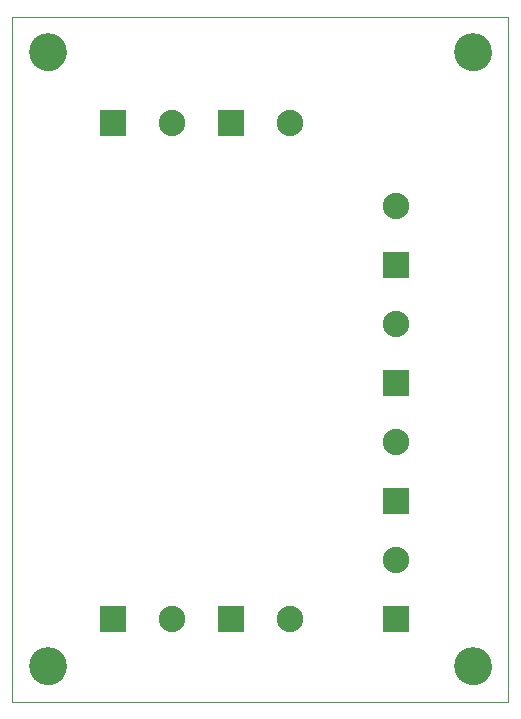
<source format=gbs>
G75*
%MOIN*%
%OFA0B0*%
%FSLAX25Y25*%
%IPPOS*%
%LPD*%
%AMOC8*
5,1,8,0,0,1.08239X$1,22.5*
%
%ADD10C,0.00000*%
%ADD11C,0.12611*%
%ADD12R,0.08800X0.08800*%
%ADD13C,0.08800*%
D10*
X0002969Y0002969D02*
X0002969Y0231315D01*
X0168323Y0231315D01*
X0168323Y0002969D01*
X0002969Y0002969D01*
X0008874Y0014780D02*
X0008876Y0014933D01*
X0008882Y0015087D01*
X0008892Y0015240D01*
X0008906Y0015392D01*
X0008924Y0015545D01*
X0008946Y0015696D01*
X0008971Y0015847D01*
X0009001Y0015998D01*
X0009035Y0016148D01*
X0009072Y0016296D01*
X0009113Y0016444D01*
X0009158Y0016590D01*
X0009207Y0016736D01*
X0009260Y0016880D01*
X0009316Y0017022D01*
X0009376Y0017163D01*
X0009440Y0017303D01*
X0009507Y0017441D01*
X0009578Y0017577D01*
X0009653Y0017711D01*
X0009730Y0017843D01*
X0009812Y0017973D01*
X0009896Y0018101D01*
X0009984Y0018227D01*
X0010075Y0018350D01*
X0010169Y0018471D01*
X0010267Y0018589D01*
X0010367Y0018705D01*
X0010471Y0018818D01*
X0010577Y0018929D01*
X0010686Y0019037D01*
X0010798Y0019142D01*
X0010912Y0019243D01*
X0011030Y0019342D01*
X0011149Y0019438D01*
X0011271Y0019531D01*
X0011396Y0019620D01*
X0011523Y0019707D01*
X0011652Y0019789D01*
X0011783Y0019869D01*
X0011916Y0019945D01*
X0012051Y0020018D01*
X0012188Y0020087D01*
X0012327Y0020152D01*
X0012467Y0020214D01*
X0012609Y0020272D01*
X0012752Y0020327D01*
X0012897Y0020378D01*
X0013043Y0020425D01*
X0013190Y0020468D01*
X0013338Y0020507D01*
X0013487Y0020543D01*
X0013637Y0020574D01*
X0013788Y0020602D01*
X0013939Y0020626D01*
X0014092Y0020646D01*
X0014244Y0020662D01*
X0014397Y0020674D01*
X0014550Y0020682D01*
X0014703Y0020686D01*
X0014857Y0020686D01*
X0015010Y0020682D01*
X0015163Y0020674D01*
X0015316Y0020662D01*
X0015468Y0020646D01*
X0015621Y0020626D01*
X0015772Y0020602D01*
X0015923Y0020574D01*
X0016073Y0020543D01*
X0016222Y0020507D01*
X0016370Y0020468D01*
X0016517Y0020425D01*
X0016663Y0020378D01*
X0016808Y0020327D01*
X0016951Y0020272D01*
X0017093Y0020214D01*
X0017233Y0020152D01*
X0017372Y0020087D01*
X0017509Y0020018D01*
X0017644Y0019945D01*
X0017777Y0019869D01*
X0017908Y0019789D01*
X0018037Y0019707D01*
X0018164Y0019620D01*
X0018289Y0019531D01*
X0018411Y0019438D01*
X0018530Y0019342D01*
X0018648Y0019243D01*
X0018762Y0019142D01*
X0018874Y0019037D01*
X0018983Y0018929D01*
X0019089Y0018818D01*
X0019193Y0018705D01*
X0019293Y0018589D01*
X0019391Y0018471D01*
X0019485Y0018350D01*
X0019576Y0018227D01*
X0019664Y0018101D01*
X0019748Y0017973D01*
X0019830Y0017843D01*
X0019907Y0017711D01*
X0019982Y0017577D01*
X0020053Y0017441D01*
X0020120Y0017303D01*
X0020184Y0017163D01*
X0020244Y0017022D01*
X0020300Y0016880D01*
X0020353Y0016736D01*
X0020402Y0016590D01*
X0020447Y0016444D01*
X0020488Y0016296D01*
X0020525Y0016148D01*
X0020559Y0015998D01*
X0020589Y0015847D01*
X0020614Y0015696D01*
X0020636Y0015545D01*
X0020654Y0015392D01*
X0020668Y0015240D01*
X0020678Y0015087D01*
X0020684Y0014933D01*
X0020686Y0014780D01*
X0020684Y0014627D01*
X0020678Y0014473D01*
X0020668Y0014320D01*
X0020654Y0014168D01*
X0020636Y0014015D01*
X0020614Y0013864D01*
X0020589Y0013713D01*
X0020559Y0013562D01*
X0020525Y0013412D01*
X0020488Y0013264D01*
X0020447Y0013116D01*
X0020402Y0012970D01*
X0020353Y0012824D01*
X0020300Y0012680D01*
X0020244Y0012538D01*
X0020184Y0012397D01*
X0020120Y0012257D01*
X0020053Y0012119D01*
X0019982Y0011983D01*
X0019907Y0011849D01*
X0019830Y0011717D01*
X0019748Y0011587D01*
X0019664Y0011459D01*
X0019576Y0011333D01*
X0019485Y0011210D01*
X0019391Y0011089D01*
X0019293Y0010971D01*
X0019193Y0010855D01*
X0019089Y0010742D01*
X0018983Y0010631D01*
X0018874Y0010523D01*
X0018762Y0010418D01*
X0018648Y0010317D01*
X0018530Y0010218D01*
X0018411Y0010122D01*
X0018289Y0010029D01*
X0018164Y0009940D01*
X0018037Y0009853D01*
X0017908Y0009771D01*
X0017777Y0009691D01*
X0017644Y0009615D01*
X0017509Y0009542D01*
X0017372Y0009473D01*
X0017233Y0009408D01*
X0017093Y0009346D01*
X0016951Y0009288D01*
X0016808Y0009233D01*
X0016663Y0009182D01*
X0016517Y0009135D01*
X0016370Y0009092D01*
X0016222Y0009053D01*
X0016073Y0009017D01*
X0015923Y0008986D01*
X0015772Y0008958D01*
X0015621Y0008934D01*
X0015468Y0008914D01*
X0015316Y0008898D01*
X0015163Y0008886D01*
X0015010Y0008878D01*
X0014857Y0008874D01*
X0014703Y0008874D01*
X0014550Y0008878D01*
X0014397Y0008886D01*
X0014244Y0008898D01*
X0014092Y0008914D01*
X0013939Y0008934D01*
X0013788Y0008958D01*
X0013637Y0008986D01*
X0013487Y0009017D01*
X0013338Y0009053D01*
X0013190Y0009092D01*
X0013043Y0009135D01*
X0012897Y0009182D01*
X0012752Y0009233D01*
X0012609Y0009288D01*
X0012467Y0009346D01*
X0012327Y0009408D01*
X0012188Y0009473D01*
X0012051Y0009542D01*
X0011916Y0009615D01*
X0011783Y0009691D01*
X0011652Y0009771D01*
X0011523Y0009853D01*
X0011396Y0009940D01*
X0011271Y0010029D01*
X0011149Y0010122D01*
X0011030Y0010218D01*
X0010912Y0010317D01*
X0010798Y0010418D01*
X0010686Y0010523D01*
X0010577Y0010631D01*
X0010471Y0010742D01*
X0010367Y0010855D01*
X0010267Y0010971D01*
X0010169Y0011089D01*
X0010075Y0011210D01*
X0009984Y0011333D01*
X0009896Y0011459D01*
X0009812Y0011587D01*
X0009730Y0011717D01*
X0009653Y0011849D01*
X0009578Y0011983D01*
X0009507Y0012119D01*
X0009440Y0012257D01*
X0009376Y0012397D01*
X0009316Y0012538D01*
X0009260Y0012680D01*
X0009207Y0012824D01*
X0009158Y0012970D01*
X0009113Y0013116D01*
X0009072Y0013264D01*
X0009035Y0013412D01*
X0009001Y0013562D01*
X0008971Y0013713D01*
X0008946Y0013864D01*
X0008924Y0014015D01*
X0008906Y0014168D01*
X0008892Y0014320D01*
X0008882Y0014473D01*
X0008876Y0014627D01*
X0008874Y0014780D01*
X0150606Y0014780D02*
X0150608Y0014933D01*
X0150614Y0015087D01*
X0150624Y0015240D01*
X0150638Y0015392D01*
X0150656Y0015545D01*
X0150678Y0015696D01*
X0150703Y0015847D01*
X0150733Y0015998D01*
X0150767Y0016148D01*
X0150804Y0016296D01*
X0150845Y0016444D01*
X0150890Y0016590D01*
X0150939Y0016736D01*
X0150992Y0016880D01*
X0151048Y0017022D01*
X0151108Y0017163D01*
X0151172Y0017303D01*
X0151239Y0017441D01*
X0151310Y0017577D01*
X0151385Y0017711D01*
X0151462Y0017843D01*
X0151544Y0017973D01*
X0151628Y0018101D01*
X0151716Y0018227D01*
X0151807Y0018350D01*
X0151901Y0018471D01*
X0151999Y0018589D01*
X0152099Y0018705D01*
X0152203Y0018818D01*
X0152309Y0018929D01*
X0152418Y0019037D01*
X0152530Y0019142D01*
X0152644Y0019243D01*
X0152762Y0019342D01*
X0152881Y0019438D01*
X0153003Y0019531D01*
X0153128Y0019620D01*
X0153255Y0019707D01*
X0153384Y0019789D01*
X0153515Y0019869D01*
X0153648Y0019945D01*
X0153783Y0020018D01*
X0153920Y0020087D01*
X0154059Y0020152D01*
X0154199Y0020214D01*
X0154341Y0020272D01*
X0154484Y0020327D01*
X0154629Y0020378D01*
X0154775Y0020425D01*
X0154922Y0020468D01*
X0155070Y0020507D01*
X0155219Y0020543D01*
X0155369Y0020574D01*
X0155520Y0020602D01*
X0155671Y0020626D01*
X0155824Y0020646D01*
X0155976Y0020662D01*
X0156129Y0020674D01*
X0156282Y0020682D01*
X0156435Y0020686D01*
X0156589Y0020686D01*
X0156742Y0020682D01*
X0156895Y0020674D01*
X0157048Y0020662D01*
X0157200Y0020646D01*
X0157353Y0020626D01*
X0157504Y0020602D01*
X0157655Y0020574D01*
X0157805Y0020543D01*
X0157954Y0020507D01*
X0158102Y0020468D01*
X0158249Y0020425D01*
X0158395Y0020378D01*
X0158540Y0020327D01*
X0158683Y0020272D01*
X0158825Y0020214D01*
X0158965Y0020152D01*
X0159104Y0020087D01*
X0159241Y0020018D01*
X0159376Y0019945D01*
X0159509Y0019869D01*
X0159640Y0019789D01*
X0159769Y0019707D01*
X0159896Y0019620D01*
X0160021Y0019531D01*
X0160143Y0019438D01*
X0160262Y0019342D01*
X0160380Y0019243D01*
X0160494Y0019142D01*
X0160606Y0019037D01*
X0160715Y0018929D01*
X0160821Y0018818D01*
X0160925Y0018705D01*
X0161025Y0018589D01*
X0161123Y0018471D01*
X0161217Y0018350D01*
X0161308Y0018227D01*
X0161396Y0018101D01*
X0161480Y0017973D01*
X0161562Y0017843D01*
X0161639Y0017711D01*
X0161714Y0017577D01*
X0161785Y0017441D01*
X0161852Y0017303D01*
X0161916Y0017163D01*
X0161976Y0017022D01*
X0162032Y0016880D01*
X0162085Y0016736D01*
X0162134Y0016590D01*
X0162179Y0016444D01*
X0162220Y0016296D01*
X0162257Y0016148D01*
X0162291Y0015998D01*
X0162321Y0015847D01*
X0162346Y0015696D01*
X0162368Y0015545D01*
X0162386Y0015392D01*
X0162400Y0015240D01*
X0162410Y0015087D01*
X0162416Y0014933D01*
X0162418Y0014780D01*
X0162416Y0014627D01*
X0162410Y0014473D01*
X0162400Y0014320D01*
X0162386Y0014168D01*
X0162368Y0014015D01*
X0162346Y0013864D01*
X0162321Y0013713D01*
X0162291Y0013562D01*
X0162257Y0013412D01*
X0162220Y0013264D01*
X0162179Y0013116D01*
X0162134Y0012970D01*
X0162085Y0012824D01*
X0162032Y0012680D01*
X0161976Y0012538D01*
X0161916Y0012397D01*
X0161852Y0012257D01*
X0161785Y0012119D01*
X0161714Y0011983D01*
X0161639Y0011849D01*
X0161562Y0011717D01*
X0161480Y0011587D01*
X0161396Y0011459D01*
X0161308Y0011333D01*
X0161217Y0011210D01*
X0161123Y0011089D01*
X0161025Y0010971D01*
X0160925Y0010855D01*
X0160821Y0010742D01*
X0160715Y0010631D01*
X0160606Y0010523D01*
X0160494Y0010418D01*
X0160380Y0010317D01*
X0160262Y0010218D01*
X0160143Y0010122D01*
X0160021Y0010029D01*
X0159896Y0009940D01*
X0159769Y0009853D01*
X0159640Y0009771D01*
X0159509Y0009691D01*
X0159376Y0009615D01*
X0159241Y0009542D01*
X0159104Y0009473D01*
X0158965Y0009408D01*
X0158825Y0009346D01*
X0158683Y0009288D01*
X0158540Y0009233D01*
X0158395Y0009182D01*
X0158249Y0009135D01*
X0158102Y0009092D01*
X0157954Y0009053D01*
X0157805Y0009017D01*
X0157655Y0008986D01*
X0157504Y0008958D01*
X0157353Y0008934D01*
X0157200Y0008914D01*
X0157048Y0008898D01*
X0156895Y0008886D01*
X0156742Y0008878D01*
X0156589Y0008874D01*
X0156435Y0008874D01*
X0156282Y0008878D01*
X0156129Y0008886D01*
X0155976Y0008898D01*
X0155824Y0008914D01*
X0155671Y0008934D01*
X0155520Y0008958D01*
X0155369Y0008986D01*
X0155219Y0009017D01*
X0155070Y0009053D01*
X0154922Y0009092D01*
X0154775Y0009135D01*
X0154629Y0009182D01*
X0154484Y0009233D01*
X0154341Y0009288D01*
X0154199Y0009346D01*
X0154059Y0009408D01*
X0153920Y0009473D01*
X0153783Y0009542D01*
X0153648Y0009615D01*
X0153515Y0009691D01*
X0153384Y0009771D01*
X0153255Y0009853D01*
X0153128Y0009940D01*
X0153003Y0010029D01*
X0152881Y0010122D01*
X0152762Y0010218D01*
X0152644Y0010317D01*
X0152530Y0010418D01*
X0152418Y0010523D01*
X0152309Y0010631D01*
X0152203Y0010742D01*
X0152099Y0010855D01*
X0151999Y0010971D01*
X0151901Y0011089D01*
X0151807Y0011210D01*
X0151716Y0011333D01*
X0151628Y0011459D01*
X0151544Y0011587D01*
X0151462Y0011717D01*
X0151385Y0011849D01*
X0151310Y0011983D01*
X0151239Y0012119D01*
X0151172Y0012257D01*
X0151108Y0012397D01*
X0151048Y0012538D01*
X0150992Y0012680D01*
X0150939Y0012824D01*
X0150890Y0012970D01*
X0150845Y0013116D01*
X0150804Y0013264D01*
X0150767Y0013412D01*
X0150733Y0013562D01*
X0150703Y0013713D01*
X0150678Y0013864D01*
X0150656Y0014015D01*
X0150638Y0014168D01*
X0150624Y0014320D01*
X0150614Y0014473D01*
X0150608Y0014627D01*
X0150606Y0014780D01*
X0150606Y0219504D02*
X0150608Y0219657D01*
X0150614Y0219811D01*
X0150624Y0219964D01*
X0150638Y0220116D01*
X0150656Y0220269D01*
X0150678Y0220420D01*
X0150703Y0220571D01*
X0150733Y0220722D01*
X0150767Y0220872D01*
X0150804Y0221020D01*
X0150845Y0221168D01*
X0150890Y0221314D01*
X0150939Y0221460D01*
X0150992Y0221604D01*
X0151048Y0221746D01*
X0151108Y0221887D01*
X0151172Y0222027D01*
X0151239Y0222165D01*
X0151310Y0222301D01*
X0151385Y0222435D01*
X0151462Y0222567D01*
X0151544Y0222697D01*
X0151628Y0222825D01*
X0151716Y0222951D01*
X0151807Y0223074D01*
X0151901Y0223195D01*
X0151999Y0223313D01*
X0152099Y0223429D01*
X0152203Y0223542D01*
X0152309Y0223653D01*
X0152418Y0223761D01*
X0152530Y0223866D01*
X0152644Y0223967D01*
X0152762Y0224066D01*
X0152881Y0224162D01*
X0153003Y0224255D01*
X0153128Y0224344D01*
X0153255Y0224431D01*
X0153384Y0224513D01*
X0153515Y0224593D01*
X0153648Y0224669D01*
X0153783Y0224742D01*
X0153920Y0224811D01*
X0154059Y0224876D01*
X0154199Y0224938D01*
X0154341Y0224996D01*
X0154484Y0225051D01*
X0154629Y0225102D01*
X0154775Y0225149D01*
X0154922Y0225192D01*
X0155070Y0225231D01*
X0155219Y0225267D01*
X0155369Y0225298D01*
X0155520Y0225326D01*
X0155671Y0225350D01*
X0155824Y0225370D01*
X0155976Y0225386D01*
X0156129Y0225398D01*
X0156282Y0225406D01*
X0156435Y0225410D01*
X0156589Y0225410D01*
X0156742Y0225406D01*
X0156895Y0225398D01*
X0157048Y0225386D01*
X0157200Y0225370D01*
X0157353Y0225350D01*
X0157504Y0225326D01*
X0157655Y0225298D01*
X0157805Y0225267D01*
X0157954Y0225231D01*
X0158102Y0225192D01*
X0158249Y0225149D01*
X0158395Y0225102D01*
X0158540Y0225051D01*
X0158683Y0224996D01*
X0158825Y0224938D01*
X0158965Y0224876D01*
X0159104Y0224811D01*
X0159241Y0224742D01*
X0159376Y0224669D01*
X0159509Y0224593D01*
X0159640Y0224513D01*
X0159769Y0224431D01*
X0159896Y0224344D01*
X0160021Y0224255D01*
X0160143Y0224162D01*
X0160262Y0224066D01*
X0160380Y0223967D01*
X0160494Y0223866D01*
X0160606Y0223761D01*
X0160715Y0223653D01*
X0160821Y0223542D01*
X0160925Y0223429D01*
X0161025Y0223313D01*
X0161123Y0223195D01*
X0161217Y0223074D01*
X0161308Y0222951D01*
X0161396Y0222825D01*
X0161480Y0222697D01*
X0161562Y0222567D01*
X0161639Y0222435D01*
X0161714Y0222301D01*
X0161785Y0222165D01*
X0161852Y0222027D01*
X0161916Y0221887D01*
X0161976Y0221746D01*
X0162032Y0221604D01*
X0162085Y0221460D01*
X0162134Y0221314D01*
X0162179Y0221168D01*
X0162220Y0221020D01*
X0162257Y0220872D01*
X0162291Y0220722D01*
X0162321Y0220571D01*
X0162346Y0220420D01*
X0162368Y0220269D01*
X0162386Y0220116D01*
X0162400Y0219964D01*
X0162410Y0219811D01*
X0162416Y0219657D01*
X0162418Y0219504D01*
X0162416Y0219351D01*
X0162410Y0219197D01*
X0162400Y0219044D01*
X0162386Y0218892D01*
X0162368Y0218739D01*
X0162346Y0218588D01*
X0162321Y0218437D01*
X0162291Y0218286D01*
X0162257Y0218136D01*
X0162220Y0217988D01*
X0162179Y0217840D01*
X0162134Y0217694D01*
X0162085Y0217548D01*
X0162032Y0217404D01*
X0161976Y0217262D01*
X0161916Y0217121D01*
X0161852Y0216981D01*
X0161785Y0216843D01*
X0161714Y0216707D01*
X0161639Y0216573D01*
X0161562Y0216441D01*
X0161480Y0216311D01*
X0161396Y0216183D01*
X0161308Y0216057D01*
X0161217Y0215934D01*
X0161123Y0215813D01*
X0161025Y0215695D01*
X0160925Y0215579D01*
X0160821Y0215466D01*
X0160715Y0215355D01*
X0160606Y0215247D01*
X0160494Y0215142D01*
X0160380Y0215041D01*
X0160262Y0214942D01*
X0160143Y0214846D01*
X0160021Y0214753D01*
X0159896Y0214664D01*
X0159769Y0214577D01*
X0159640Y0214495D01*
X0159509Y0214415D01*
X0159376Y0214339D01*
X0159241Y0214266D01*
X0159104Y0214197D01*
X0158965Y0214132D01*
X0158825Y0214070D01*
X0158683Y0214012D01*
X0158540Y0213957D01*
X0158395Y0213906D01*
X0158249Y0213859D01*
X0158102Y0213816D01*
X0157954Y0213777D01*
X0157805Y0213741D01*
X0157655Y0213710D01*
X0157504Y0213682D01*
X0157353Y0213658D01*
X0157200Y0213638D01*
X0157048Y0213622D01*
X0156895Y0213610D01*
X0156742Y0213602D01*
X0156589Y0213598D01*
X0156435Y0213598D01*
X0156282Y0213602D01*
X0156129Y0213610D01*
X0155976Y0213622D01*
X0155824Y0213638D01*
X0155671Y0213658D01*
X0155520Y0213682D01*
X0155369Y0213710D01*
X0155219Y0213741D01*
X0155070Y0213777D01*
X0154922Y0213816D01*
X0154775Y0213859D01*
X0154629Y0213906D01*
X0154484Y0213957D01*
X0154341Y0214012D01*
X0154199Y0214070D01*
X0154059Y0214132D01*
X0153920Y0214197D01*
X0153783Y0214266D01*
X0153648Y0214339D01*
X0153515Y0214415D01*
X0153384Y0214495D01*
X0153255Y0214577D01*
X0153128Y0214664D01*
X0153003Y0214753D01*
X0152881Y0214846D01*
X0152762Y0214942D01*
X0152644Y0215041D01*
X0152530Y0215142D01*
X0152418Y0215247D01*
X0152309Y0215355D01*
X0152203Y0215466D01*
X0152099Y0215579D01*
X0151999Y0215695D01*
X0151901Y0215813D01*
X0151807Y0215934D01*
X0151716Y0216057D01*
X0151628Y0216183D01*
X0151544Y0216311D01*
X0151462Y0216441D01*
X0151385Y0216573D01*
X0151310Y0216707D01*
X0151239Y0216843D01*
X0151172Y0216981D01*
X0151108Y0217121D01*
X0151048Y0217262D01*
X0150992Y0217404D01*
X0150939Y0217548D01*
X0150890Y0217694D01*
X0150845Y0217840D01*
X0150804Y0217988D01*
X0150767Y0218136D01*
X0150733Y0218286D01*
X0150703Y0218437D01*
X0150678Y0218588D01*
X0150656Y0218739D01*
X0150638Y0218892D01*
X0150624Y0219044D01*
X0150614Y0219197D01*
X0150608Y0219351D01*
X0150606Y0219504D01*
X0008874Y0219504D02*
X0008876Y0219657D01*
X0008882Y0219811D01*
X0008892Y0219964D01*
X0008906Y0220116D01*
X0008924Y0220269D01*
X0008946Y0220420D01*
X0008971Y0220571D01*
X0009001Y0220722D01*
X0009035Y0220872D01*
X0009072Y0221020D01*
X0009113Y0221168D01*
X0009158Y0221314D01*
X0009207Y0221460D01*
X0009260Y0221604D01*
X0009316Y0221746D01*
X0009376Y0221887D01*
X0009440Y0222027D01*
X0009507Y0222165D01*
X0009578Y0222301D01*
X0009653Y0222435D01*
X0009730Y0222567D01*
X0009812Y0222697D01*
X0009896Y0222825D01*
X0009984Y0222951D01*
X0010075Y0223074D01*
X0010169Y0223195D01*
X0010267Y0223313D01*
X0010367Y0223429D01*
X0010471Y0223542D01*
X0010577Y0223653D01*
X0010686Y0223761D01*
X0010798Y0223866D01*
X0010912Y0223967D01*
X0011030Y0224066D01*
X0011149Y0224162D01*
X0011271Y0224255D01*
X0011396Y0224344D01*
X0011523Y0224431D01*
X0011652Y0224513D01*
X0011783Y0224593D01*
X0011916Y0224669D01*
X0012051Y0224742D01*
X0012188Y0224811D01*
X0012327Y0224876D01*
X0012467Y0224938D01*
X0012609Y0224996D01*
X0012752Y0225051D01*
X0012897Y0225102D01*
X0013043Y0225149D01*
X0013190Y0225192D01*
X0013338Y0225231D01*
X0013487Y0225267D01*
X0013637Y0225298D01*
X0013788Y0225326D01*
X0013939Y0225350D01*
X0014092Y0225370D01*
X0014244Y0225386D01*
X0014397Y0225398D01*
X0014550Y0225406D01*
X0014703Y0225410D01*
X0014857Y0225410D01*
X0015010Y0225406D01*
X0015163Y0225398D01*
X0015316Y0225386D01*
X0015468Y0225370D01*
X0015621Y0225350D01*
X0015772Y0225326D01*
X0015923Y0225298D01*
X0016073Y0225267D01*
X0016222Y0225231D01*
X0016370Y0225192D01*
X0016517Y0225149D01*
X0016663Y0225102D01*
X0016808Y0225051D01*
X0016951Y0224996D01*
X0017093Y0224938D01*
X0017233Y0224876D01*
X0017372Y0224811D01*
X0017509Y0224742D01*
X0017644Y0224669D01*
X0017777Y0224593D01*
X0017908Y0224513D01*
X0018037Y0224431D01*
X0018164Y0224344D01*
X0018289Y0224255D01*
X0018411Y0224162D01*
X0018530Y0224066D01*
X0018648Y0223967D01*
X0018762Y0223866D01*
X0018874Y0223761D01*
X0018983Y0223653D01*
X0019089Y0223542D01*
X0019193Y0223429D01*
X0019293Y0223313D01*
X0019391Y0223195D01*
X0019485Y0223074D01*
X0019576Y0222951D01*
X0019664Y0222825D01*
X0019748Y0222697D01*
X0019830Y0222567D01*
X0019907Y0222435D01*
X0019982Y0222301D01*
X0020053Y0222165D01*
X0020120Y0222027D01*
X0020184Y0221887D01*
X0020244Y0221746D01*
X0020300Y0221604D01*
X0020353Y0221460D01*
X0020402Y0221314D01*
X0020447Y0221168D01*
X0020488Y0221020D01*
X0020525Y0220872D01*
X0020559Y0220722D01*
X0020589Y0220571D01*
X0020614Y0220420D01*
X0020636Y0220269D01*
X0020654Y0220116D01*
X0020668Y0219964D01*
X0020678Y0219811D01*
X0020684Y0219657D01*
X0020686Y0219504D01*
X0020684Y0219351D01*
X0020678Y0219197D01*
X0020668Y0219044D01*
X0020654Y0218892D01*
X0020636Y0218739D01*
X0020614Y0218588D01*
X0020589Y0218437D01*
X0020559Y0218286D01*
X0020525Y0218136D01*
X0020488Y0217988D01*
X0020447Y0217840D01*
X0020402Y0217694D01*
X0020353Y0217548D01*
X0020300Y0217404D01*
X0020244Y0217262D01*
X0020184Y0217121D01*
X0020120Y0216981D01*
X0020053Y0216843D01*
X0019982Y0216707D01*
X0019907Y0216573D01*
X0019830Y0216441D01*
X0019748Y0216311D01*
X0019664Y0216183D01*
X0019576Y0216057D01*
X0019485Y0215934D01*
X0019391Y0215813D01*
X0019293Y0215695D01*
X0019193Y0215579D01*
X0019089Y0215466D01*
X0018983Y0215355D01*
X0018874Y0215247D01*
X0018762Y0215142D01*
X0018648Y0215041D01*
X0018530Y0214942D01*
X0018411Y0214846D01*
X0018289Y0214753D01*
X0018164Y0214664D01*
X0018037Y0214577D01*
X0017908Y0214495D01*
X0017777Y0214415D01*
X0017644Y0214339D01*
X0017509Y0214266D01*
X0017372Y0214197D01*
X0017233Y0214132D01*
X0017093Y0214070D01*
X0016951Y0214012D01*
X0016808Y0213957D01*
X0016663Y0213906D01*
X0016517Y0213859D01*
X0016370Y0213816D01*
X0016222Y0213777D01*
X0016073Y0213741D01*
X0015923Y0213710D01*
X0015772Y0213682D01*
X0015621Y0213658D01*
X0015468Y0213638D01*
X0015316Y0213622D01*
X0015163Y0213610D01*
X0015010Y0213602D01*
X0014857Y0213598D01*
X0014703Y0213598D01*
X0014550Y0213602D01*
X0014397Y0213610D01*
X0014244Y0213622D01*
X0014092Y0213638D01*
X0013939Y0213658D01*
X0013788Y0213682D01*
X0013637Y0213710D01*
X0013487Y0213741D01*
X0013338Y0213777D01*
X0013190Y0213816D01*
X0013043Y0213859D01*
X0012897Y0213906D01*
X0012752Y0213957D01*
X0012609Y0214012D01*
X0012467Y0214070D01*
X0012327Y0214132D01*
X0012188Y0214197D01*
X0012051Y0214266D01*
X0011916Y0214339D01*
X0011783Y0214415D01*
X0011652Y0214495D01*
X0011523Y0214577D01*
X0011396Y0214664D01*
X0011271Y0214753D01*
X0011149Y0214846D01*
X0011030Y0214942D01*
X0010912Y0215041D01*
X0010798Y0215142D01*
X0010686Y0215247D01*
X0010577Y0215355D01*
X0010471Y0215466D01*
X0010367Y0215579D01*
X0010267Y0215695D01*
X0010169Y0215813D01*
X0010075Y0215934D01*
X0009984Y0216057D01*
X0009896Y0216183D01*
X0009812Y0216311D01*
X0009730Y0216441D01*
X0009653Y0216573D01*
X0009578Y0216707D01*
X0009507Y0216843D01*
X0009440Y0216981D01*
X0009376Y0217121D01*
X0009316Y0217262D01*
X0009260Y0217404D01*
X0009207Y0217548D01*
X0009158Y0217694D01*
X0009113Y0217840D01*
X0009072Y0217988D01*
X0009035Y0218136D01*
X0009001Y0218286D01*
X0008971Y0218437D01*
X0008946Y0218588D01*
X0008924Y0218739D01*
X0008906Y0218892D01*
X0008892Y0219044D01*
X0008882Y0219197D01*
X0008876Y0219351D01*
X0008874Y0219504D01*
D11*
X0014780Y0219504D03*
X0156512Y0219504D03*
X0156512Y0014780D03*
X0014780Y0014780D03*
D12*
X0036433Y0030528D03*
X0075803Y0030528D03*
X0130921Y0030528D03*
X0130921Y0069898D03*
X0130921Y0109268D03*
X0130921Y0148638D03*
X0075803Y0195882D03*
X0036433Y0195882D03*
D13*
X0056118Y0195882D03*
X0095488Y0195882D03*
X0130921Y0168323D03*
X0130921Y0128953D03*
X0130921Y0089583D03*
X0130921Y0050213D03*
X0095488Y0030528D03*
X0056118Y0030528D03*
M02*

</source>
